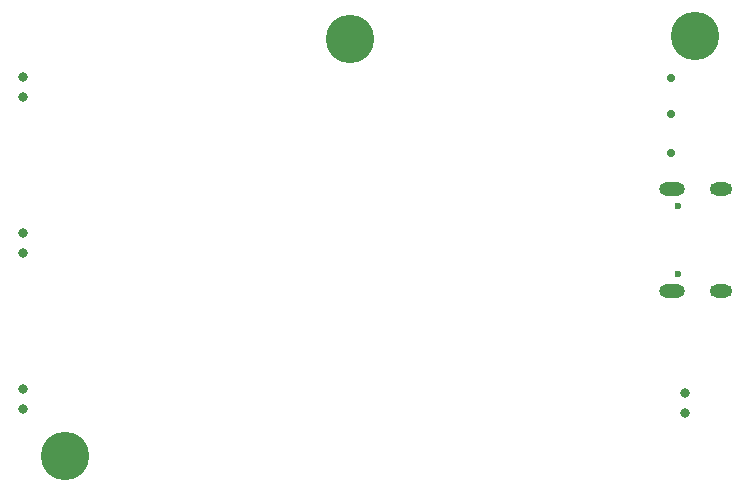
<source format=gbr>
%TF.GenerationSoftware,KiCad,Pcbnew,7.0.9*%
%TF.CreationDate,2023-12-20T20:28:38+02:00*%
%TF.ProjectId,DRM_Watch_V3,44524d5f-5761-4746-9368-5f56332e6b69,rev?*%
%TF.SameCoordinates,Original*%
%TF.FileFunction,Soldermask,Bot*%
%TF.FilePolarity,Negative*%
%FSLAX46Y46*%
G04 Gerber Fmt 4.6, Leading zero omitted, Abs format (unit mm)*
G04 Created by KiCad (PCBNEW 7.0.9) date 2023-12-20 20:28:38*
%MOMM*%
%LPD*%
G01*
G04 APERTURE LIST*
%ADD10C,4.100000*%
%ADD11C,0.700000*%
%ADD12C,0.800000*%
%ADD13C,0.600000*%
%ADD14O,2.204000X1.104000*%
%ADD15O,1.904000X1.104000*%
G04 APERTURE END LIST*
D10*
%TO.C,M2*%
X124460000Y-47752000D03*
%TD*%
D11*
%TO.C,D3*%
X122428000Y-54356000D03*
%TD*%
D12*
%TO.C,S2*%
X67518000Y-64428000D03*
X67518000Y-66128000D03*
%TD*%
%TO.C,S1*%
X67518000Y-51220000D03*
X67518000Y-52920000D03*
%TD*%
%TO.C,S4*%
X67518000Y-77636000D03*
X67518000Y-79336000D03*
%TD*%
D10*
%TO.C,M3*%
X95250000Y-48006000D03*
%TD*%
D12*
%TO.C,S3*%
X123637000Y-79678000D03*
X123637000Y-77978000D03*
%TD*%
D10*
%TO.C,M1*%
X71120000Y-83312000D03*
%TD*%
D13*
%TO.C,J1*%
X122990000Y-67921000D03*
X122990000Y-62141000D03*
D14*
X122500000Y-69356000D03*
X122500000Y-60706000D03*
D15*
X126670000Y-69356000D03*
X126670000Y-60706000D03*
%TD*%
D11*
%TO.C,D5*%
X122428000Y-57658000D03*
%TD*%
%TO.C,D4*%
X122428000Y-51308000D03*
%TD*%
M02*

</source>
